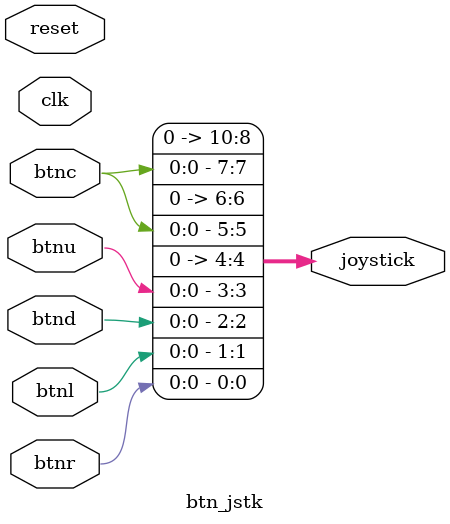
<source format=v>
`timescale 1ns / 1ps


module btn_jstk(
    output [10:0]   joystick,

    input           btnc,
    input           btnu,
    input           btnd,
    input           btnl,
    input           btnr,    
    
    input           clk,
    input           reset
    );
    
    assign joystick = {3'b000, btnc, 1'b0, btnc, 1'b0, btnu, btnd, btnl, btnr};
    
endmodule

</source>
